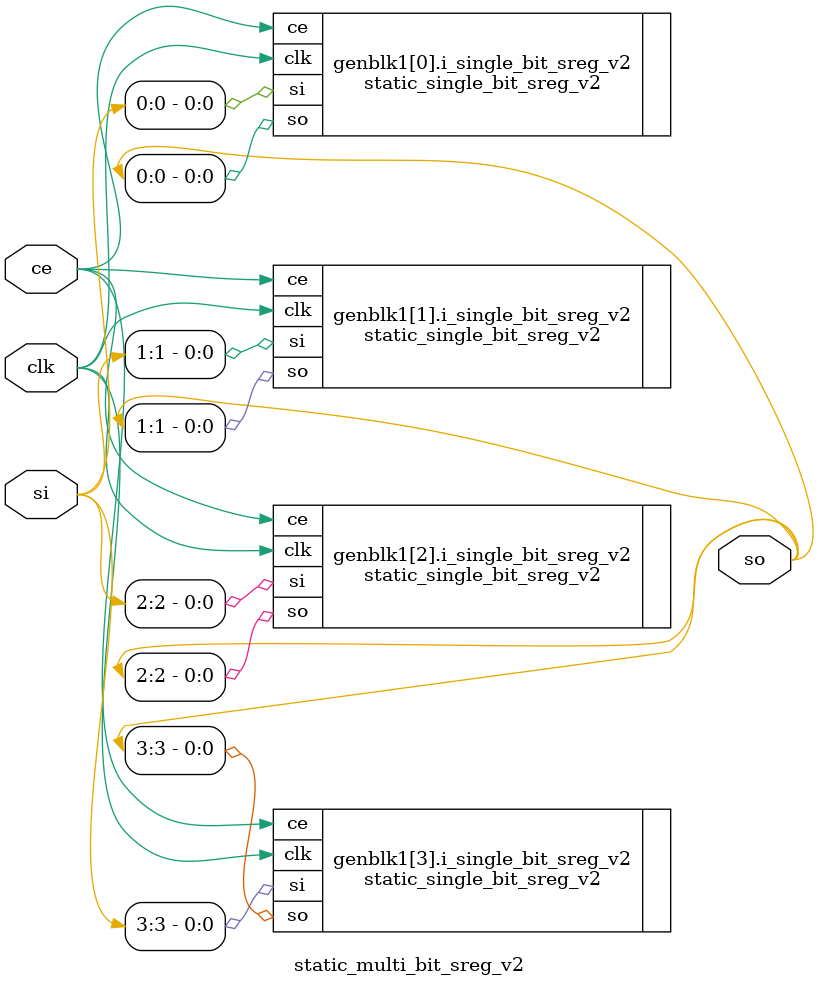
<source format=sv>
module static_multi_bit_sreg_v2
#(
  parameter WIDTH         = 4,
  parameter DEPTH         = 8,
  parameter SRL_STYLE_VAL = "srl"
)
(
  input logic clk,
  input logic ce,
  input logic [WIDTH - 1 : 0] si,
  output logic [WIDTH - 1 : 0] so
);

  for (genvar i = 0; i < WIDTH; i++) begin
    static_single_bit_sreg_v2
    #(
      .DEPTH(DEPTH),
      .SRL_STYLE_VAL(SRL_STYLE_VAL)
     )
    i_single_bit_sreg_v2
    (
     .clk (clk),
     .ce  (ce),
     .si  (si[i]),
     .so  (so[i])
    );
  end
endmodule

</source>
